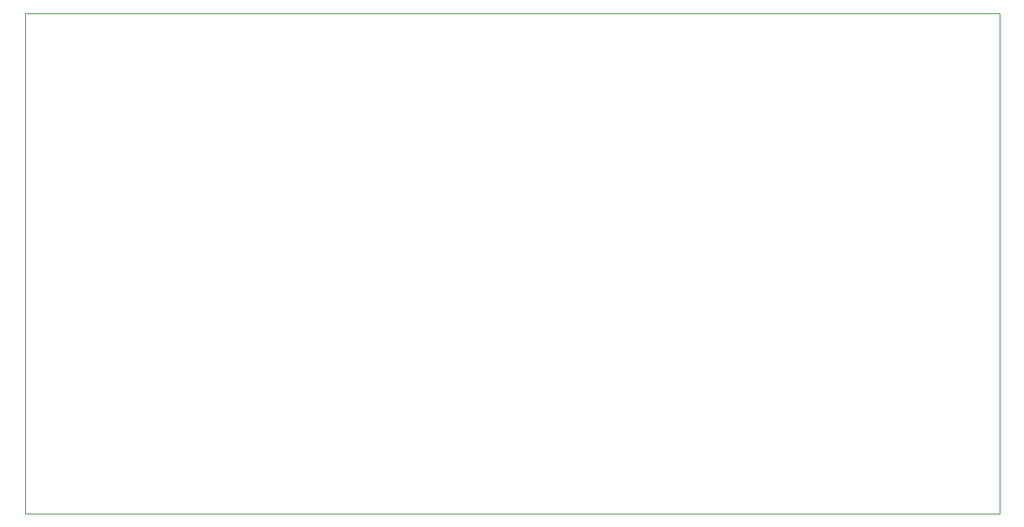
<source format=gm1>
G04 #@! TF.GenerationSoftware,KiCad,Pcbnew,5.99.0-unknown-57e35c9~88~ubuntu19.10.1*
G04 #@! TF.CreationDate,2021-10-26T01:00:47-03:00*
G04 #@! TF.ProjectId,Femtosat,46656d74-6f73-4617-942e-6b696361645f,rev?*
G04 #@! TF.SameCoordinates,Original*
G04 #@! TF.FileFunction,Profile,NP*
%FSLAX46Y46*%
G04 Gerber Fmt 4.6, Leading zero omitted, Abs format (unit mm)*
G04 Created by KiCad (PCBNEW 5.99.0-unknown-57e35c9~88~ubuntu19.10.1) date 2021-10-26 01:00:47*
%MOMM*%
%LPD*%
G01*
G04 APERTURE LIST*
G04 #@! TA.AperFunction,Profile*
%ADD10C,0.120000*%
G04 #@! TD*
G04 APERTURE END LIST*
D10*
X66360000Y-83470000D02*
X66360000Y-29470000D01*
X171360000Y-29470000D02*
X171360000Y-83470000D01*
X66360000Y-83470000D02*
X171360000Y-83470000D01*
X66360000Y-29470000D02*
X171360000Y-29470000D01*
M02*

</source>
